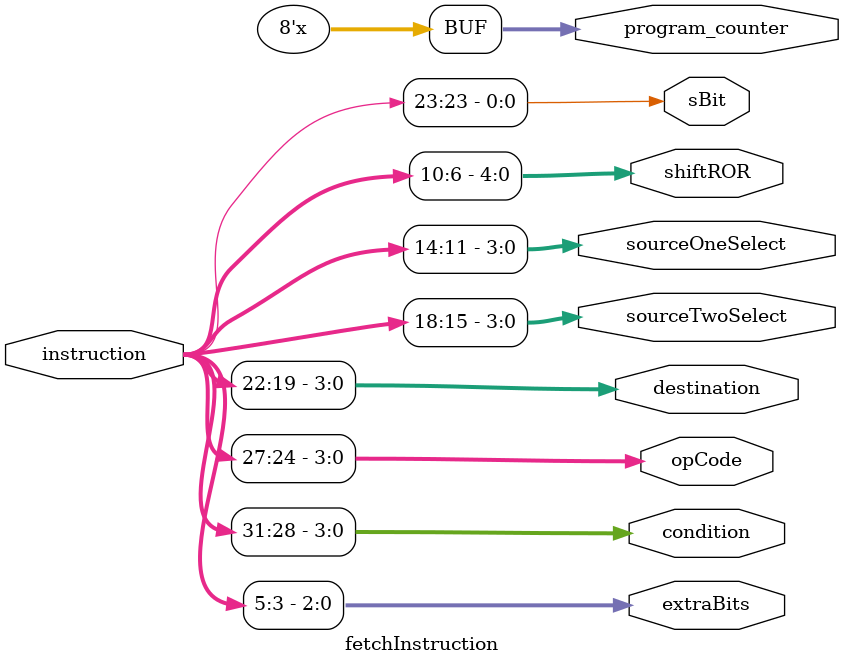
<source format=v>

module PROCESSOR_MAIN(instruction, manual_ram_addr, manual_readWrite, ramOut, manual_ram_write, PC_counter, flagsRegisterOut, Q0, Q1, Q2, Q3, Q4, Q5, Q6, Q7, Q8, Q9, Q10, Q11, Q12, Q13, Q14, Q15);
    input [31:0] instruction, manual_ram_write;
    input [15:0] manual_ram_addr;
    input manual_readWrite;
    wire [31:0] memControlDataOut, memControl_to_LDR, aluResult, sourceOne, sourceTwo, ldrMuxDataOut, data_override_to_ram;
    output wire [31:0] ramOut;
    output wire [31:0] Q0, Q1, Q2, Q3, Q4, Q5, Q6, Q7, Q8, Q9, Q10, Q11, Q12, Q13, Q14, Q15;
    wire [15:0] RamAddBus, memControlDataBus, addr_override_to_ram;
    wire [15:0] decoderEnable;
    wire [4:0] shiftROR;
    wire [3:0] flagsRegisterIn, destination, opCode, condition, sourceOneSelect, sourceTwoSelect;
    wire [3:0] destination_override_to_mux;
    wire [3:0] aluCalculatedOpcode;
    output wire [3:0] flagsRegisterOut;
    wire sBit, ldrSelect, addSelect;
    wire readWrite, readWrite_from_override;
    wire [2:0] extraBits;
    output [7:0] PC_counter;

    // breaking up received instruction
    fetchInstruction fetch(.instruction(instruction),
    .condition(condition),
    .opCode(opCode),
    .sBit(sBit),
    .destination(destination),
    .sourceTwoSelect(sourceTwoSelect),
    .sourceOneSelect(sourceOneSelect),
    .shiftROR(shiftROR),
    .extraBits(extraBits),
    .program_counter(PC_counter));

    // manual Memory write override
    manual_ram_data_mux mem_override(
    .sel(manual_readWrite),
    .manual_data(manual_ram_write),
    .system_data(memControlDataOut),
    .data_to_ram(data_override_to_ram));

    manual_ram_addr_mux addr_override(
    .sel(manual_readWrite),
    .manual_addr(manual_ram_addr),
    .system_addr(RamAddBus),
    .addr_to_ram(addr_override_to_ram));

    manual_ram_write_enable_override write_override(
    .sel(manual_readWrite),
    .input_read_write_signal(readWrite),
    .output_read_write_signal(readWrite_from_override));

    // memory access process
    ram RAM(
    .Enable(1'b1),
    .ReadWrite(readWrite_from_override),
    .Address(addr_override_to_ram),
    .DataIn(data_override_to_ram),
    .DataOut(ramOut));

    // Memory Control Unit
    MEMORY_CONTROL MEM(
    .op_code(opCode),
    .r_w_source_1_address(sourceOne),
    .r_source_2_data(sourceTwo),
    .ldr_sel(ldrSelect),
    .add_bus_sel(addSelect),
    .read_write_toggle(readWrite),
    .add_buss_data_access(memControlDataBus),
    .data_bus_in(ramOut),
    .data_bus_out(memControlDataOut),
    .LDR_data_out(memControl_to_LDR));

    // addr_bus_mux
    addr_bus_mux ADR_MUX(
    .select(addSelect),
    .pc_address(PC_counter),
    .addr_bus_data_access(memControlDataBus),
    .address_bus(RamAddBus));

    // ldr_mux
    ldr_mux LDR_MUX(
    .select(ldrSelect),
    .ldr_data(memControl_to_LDR),
    .result(aluResult),
    .out_load_data(ldrMuxDataOut));

    // register bank process
    no_dest_reg_override OVERRIDE_DEST(
    .original_destination(destination),
    .op_code(aluCalculatedOpcode),
    .true_destination(destination_override_to_mux));

    decoder_4to16 DEC(
    .in(destination_override_to_mux),
    .enable(decoderEnable));

    register_bank REG(
    .load_data(ldrMuxDataOut),
    .enable(decoderEnable),
    .R0(Q0), .R1(Q1), .R2(Q2), .R3(Q3), .R4(Q4), .R5(Q5), .R6(Q6), .R7(Q7), .R8(Q8), .R9(Q9), .R10(Q10),.R11(Q11), .R12(Q12), .R13(Q13), .R14(Q14), .R15(Q15));

    // multiplexing
    mux_32_bit_16x1 MUX1(
    .sel(sourceOneSelect),
    .Q0(Q0), .Q1(Q1), .Q2(Q2), .Q3(Q3), .Q4(Q4), .Q5(Q5), .Q6(Q6), .Q7(Q7), .Q8(Q8), .Q9(Q9), .Q10(Q10), .Q11(Q11), .Q12(Q12), .Q13(Q13), .Q14(Q14), .Q15(Q15),
    .source(sourceOne));

    mux_32_bit_16x1 MUX2(
    .sel(sourceTwoSelect),
    .Q0(Q0), .Q1(Q1), .Q2(Q2), .Q3(Q3), .Q4(Q4), .Q5(Q5), .Q6(Q6), .Q7(Q7), .Q8(Q8), .Q9(Q9), .Q10(Q10), .Q11(Q11), .Q12(Q12), .Q13(Q13), .Q14(Q14), .Q15(Q15),
    .source(sourceTwo));

    // ALU
    ALU_CTRL ALU(
    .cond(condition),
    .opcode(opCode),
    .opcodeCase(aluCalculatedOpcode),
    .s(sBit),
    .src2(sourceTwo),
    .src1(sourceOne),
    .imv({sourceTwoSelect, sourceOneSelect, shiftROR, extraBits}),
    .iNZCV(flagsRegisterOut),
    .oNZCV(flagsRegisterIn),
    .result(aluResult));

    // Simple flags register
    flags_register FLA(
    .write(flagsRegisterIn),
    .read(flagsRegisterOut));
endmodule

// To allow for initialization of values to the ram, there needs to be an address and data override to the RAM
module manual_ram_data_mux(sel, manual_data, system_data, data_to_ram);
    input sel;
    input [31:0] manual_data, system_data;
    output reg [31:0] data_to_ram;
    always @ *
    begin
        if (sel)
        begin
            data_to_ram = manual_data;
        end
        else
        begin
            data_to_ram = system_data;
        end
    end
endmodule

module manual_ram_addr_mux(sel, manual_addr, system_addr, addr_to_ram);
    input sel;
    input [15:0] manual_addr, system_addr;
    output reg [15:0] addr_to_ram;
    always @ *
    begin
        if (sel)
        begin
            addr_to_ram = manual_addr;
        end
        else
        begin
            addr_to_ram = system_addr;
        end
    end
endmodule

module manual_ram_write_enable_override(sel, input_read_write_signal, output_read_write_signal);
    input sel, input_read_write_signal;
    output reg output_read_write_signal;
    always @ *
    begin
        if (sel)
        begin
            output_read_write_signal = 1'b0;
        end
        else
        begin
            output_read_write_signal = input_read_write_signal;
        end
    end
endmodule

// This mux is required so CMP and NOP does not try to save a value to R0
module no_dest_reg_override(original_destination, op_code, true_destination);
    input [3:0] op_code, original_destination;
    output reg [3:0] true_destination;
    always @ *
    begin
        case (op_code)
            4'b1011: true_destination = {4{1'bz}};
            4'b1110: true_destination = {4{1'bz}};
            4'b1111: true_destination = {4{1'bz}};
            default: true_destination = original_destination;
        endcase
    end
endmodule

module fetchInstruction(instruction, condition, opCode, sBit, destination, sourceTwoSelect, sourceOneSelect, shiftROR, extraBits, program_counter);
    input [31:0] instruction;
    output reg [2:0] extraBits;
    output reg [3:0] condition, opCode, destination, sourceTwoSelect, sourceOneSelect;
    output reg [4:0] shiftROR;
    output reg sBit;
    output reg [7:0] program_counter = 8'd0;

    always @ (instruction)
    begin
        condition = instruction[31:28];
        opCode = instruction[27:24];
        sBit = instruction[23];
        destination = instruction[22:19];
        sourceTwoSelect = instruction[18:15];
        sourceOneSelect = instruction[14:11];
        shiftROR = instruction[10:6];
        extraBits = instruction[5:3];
        if (opCode >= 4'd0 && opCode <= 4'd15)
        begin
            program_counter = program_counter + 8'd1; // Increment the PC if valid Opcode. This ensures no increment for manual override
        end

    end
endmodule

</source>
